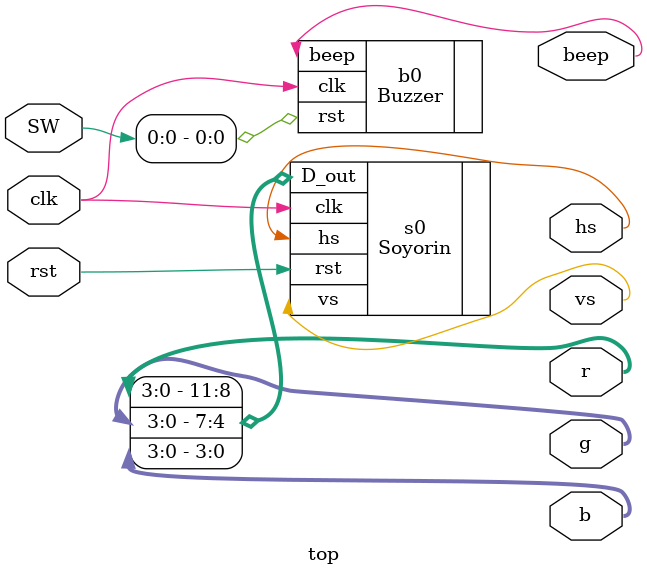
<source format=v>
`timescale 1ns / 1ps
module top(
    input wire clk,
    input wire rst,
    input wire [15:0] SW,
    output [3:0] r,            // VGA 输出颜色 Red
    output [3:0] g,            // VGA 输出颜色 Green
    output [3:0] b,            // VGA 输出颜色 Blue
    output wire hs,             // horizontal synchronization
    output wire vs,              // vertical synchronization
    output wire beep            // buzzer
    );

    Buzzer b0(.clk(clk), .rst(SW[0]), .beep(beep));

    Soyorin s0(.clk(clk), .rst(rst), .D_out({r, g, b}), .hs(hs), .vs(vs));

endmodule

</source>
